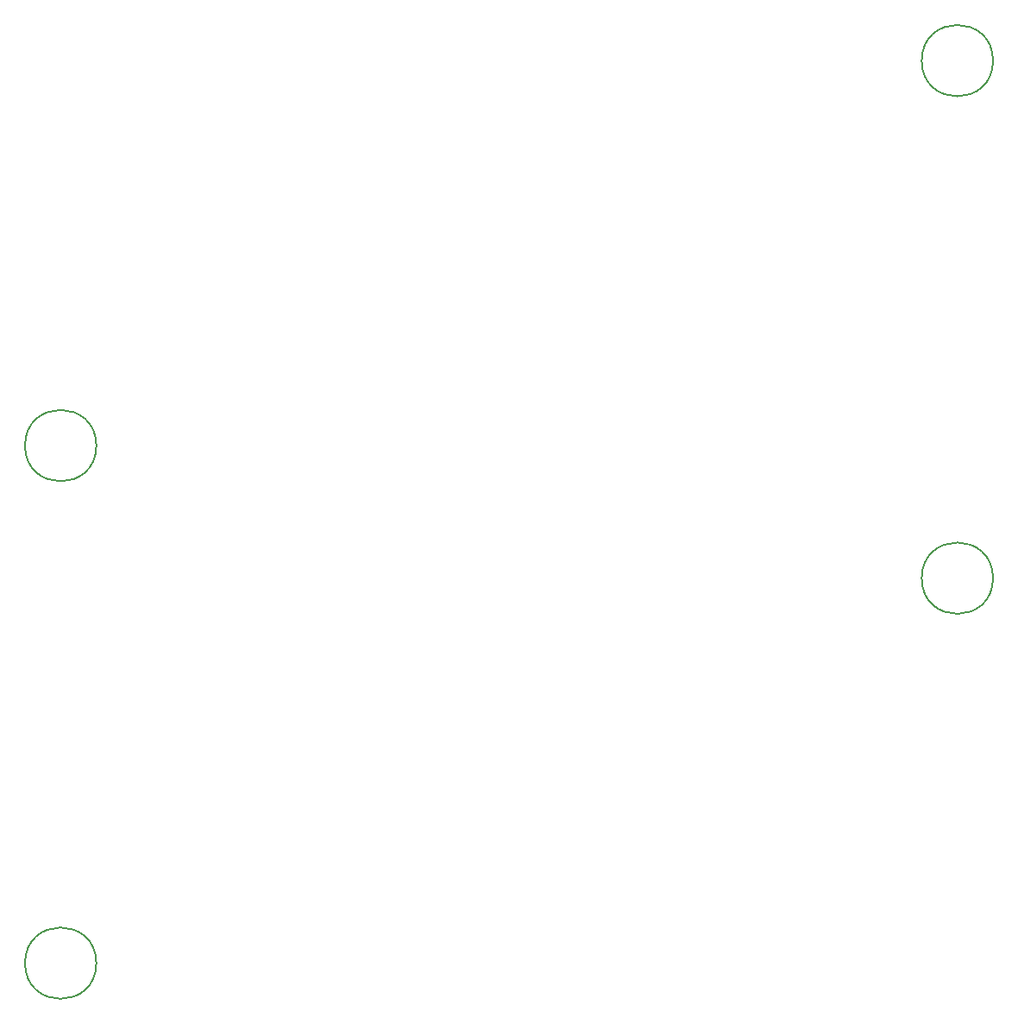
<source format=gbr>
%TF.GenerationSoftware,KiCad,Pcbnew,(6.0.6)*%
%TF.CreationDate,2022-07-01T00:49:36+05:00*%
%TF.ProjectId,MouseBite,4d6f7573-6542-4697-9465-2e6b69636164,rev?*%
%TF.SameCoordinates,Original*%
%TF.FileFunction,Other,Comment*%
%FSLAX46Y46*%
G04 Gerber Fmt 4.6, Leading zero omitted, Abs format (unit mm)*
G04 Created by KiCad (PCBNEW (6.0.6)) date 2022-07-01 00:49:36*
%MOMM*%
%LPD*%
G01*
G04 APERTURE LIST*
%ADD10C,0.150000*%
G04 APERTURE END LIST*
D10*
%TO.C,H2*%
X62750000Y-81500000D02*
G75*
G03*
X62750000Y-81500000I-3500000J0D01*
G01*
X150750000Y-94500000D02*
G75*
G03*
X150750000Y-94500000I-3500000J0D01*
G01*
%TO.C,H1*%
X62750000Y-132250000D02*
G75*
G03*
X62750000Y-132250000I-3500000J0D01*
G01*
X150750000Y-43750000D02*
G75*
G03*
X150750000Y-43750000I-3500000J0D01*
G01*
%TD*%
M02*

</source>
